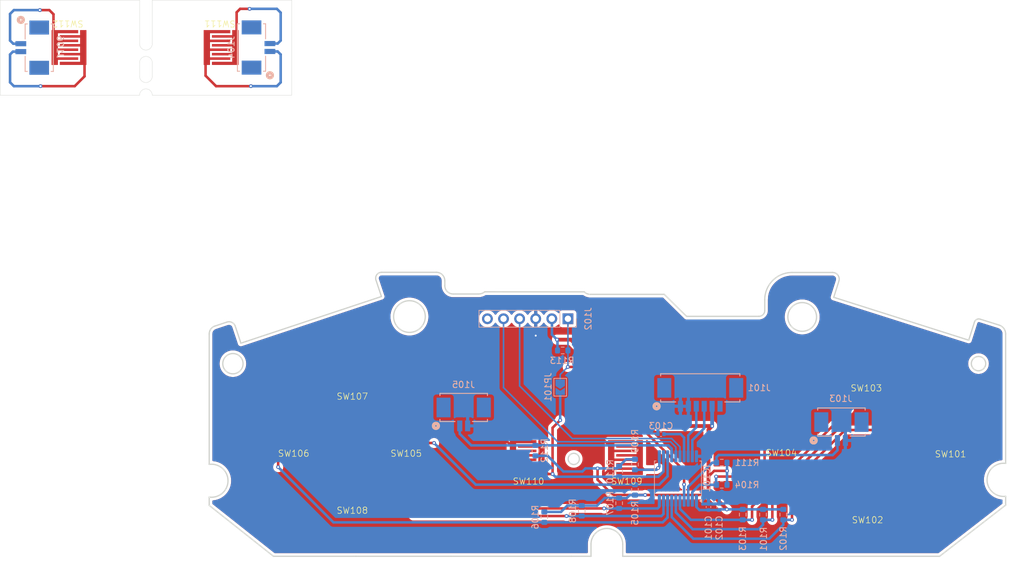
<source format=kicad_pcb>
(kicad_pcb (version 20240108) (generator "pcbnew") (generator_version "8.0")
  (layers (0 "F.Cu" signal) (31 "B.Cu" signal) (34 "B.Paste" user) (35 "F.Paste" user) (36 "B.SilkS" user "B.Silkscreen") (37 "F.SilkS" user "F.Silkscreen") (38 "B.Mask" user) (39 "F.Mask" user) (44 "Edge.Cuts" user))
  (net 0 "")
  (net 1 "GND")
  (net 2 "+5V")
  (net 3 "Net-(IC101-Vusb3v3)")
  (net 4 "A")
  (net 5 "START")
  (net 6 "RIGHT")
  (net 7 "Y")
  (net 8 "D-")
  (net 9 "SELECT")
  (net 10 "UP")
  (net 11 "DOWN")
  (net 12 "TR")
  (net 13 "PGC")
  (net 14 "MCLR")
  (net 15 "D+")
  (net 16 "LEFT")
  (net 17 "B")
  (net 18 "PGD")
  (net 19 "X")
  (net 22 "Net-(J104-Pad1)")
  (net 23 "Net-(J104-Pad2)")
  (net 24 "TL")
  (net 25 "Net-(J106-Pad1)")
  (net 26 "Net-(J106-Pad2)")
  (footprint "Local:SFC_Pad_F_NoSolder_5.5mm" (layer "F.Cu") (at 141.6 111.9)
    (property "Reference" "SW110")
    (property "Value" "SW_Pad" (hide yes))
  )
  (footprint "Local:SFC_Pad_F_NoSolder_5.5mm" (layer "F.Cu") (at 69.3 47.2 180)
    (property "Reference" "SW112")
    (property "Value" "SW_Pad" (hide yes))
  )
  (footprint "Local:SFC_Pad_F_NoSolder_5.5mm" (layer "F.Cu") (at 104.55 107.5)
    (property "Reference" "SW106")
    (property "Value" "SW_Pad" (hide yes))
  )
  (footprint "Local:SFC_Pad_F_NoSolder_5.5mm" (layer "F.Cu") (at 122.3 107.5)
    (property "Reference" "SW105")
    (property "Value" "SW_Pad" (hide yes))
  )
  (footprint "Local:SFC_Pad_F_NoSolder_5.5mm" (layer "F.Cu") (at 195.1 118)
    (property "Reference" "SW102")
    (property "Value" "SW_Pad" (hide yes))
  )
  (footprint "Local:SFC_Pad_F_NoSolder_5.5mm" (layer "F.Cu") (at 113.8 116.5)
    (property "Reference" "SW108")
    (property "Value" "SW_Pad" (hide yes))
  )
  (footprint "Local:SFC_Pad_F_NoSolder_5.5mm" (layer "F.Cu") (at 113.8 98.5)
    (property "Reference" "SW107")
    (property "Value" "SW_Pad" (hide yes))
  )
  (footprint "Local:SFC_Pad_F_NoSolder_5.5mm" (layer "F.Cu") (at 93.3 47.2 180)
    (property "Reference" "SW111")
    (property "Value" "SW_Pad" (hide yes))
  )
  (footprint "Local:SFC_Pad_F_NoSolder_5.5mm" (layer "F.Cu") (at 181.5 107.4)
    (property "Reference" "SW104")
    (property "Value" "SW_Pad" (hide yes))
  )
  (footprint "Local:SFC_Pad_F_NoSolder_5.5mm" (layer "F.Cu") (at 208.2 107.6)
    (property "Reference" "SW101")
    (property "Value" "SW_Pad" (hide yes))
  )
  (footprint "Local:SFC_Pad_F_NoSolder_5.5mm" (layer "F.Cu") (at 157.1 111.9)
    (property "Reference" "SW109")
    (property "Value" "SW_Pad" (hide yes))
  )
  (footprint "Local:SFC_Pad_F_NoSolder_5.5mm" (layer "F.Cu") (at 194.9 97.2)
    (property "Reference" "SW103")
    (property "Value" "SW_Pad" (hide yes))
  )
  (footprint "Resistor_SMD:R_0603_1608Metric" (layer "B.Cu") (at 182 120.9 -90)
    (property "Reference" "R102")
    (property "Value" "10k" (hide yes))
  )
  (footprint "Local:CONN_532610001-SD_02_MOL" (layer "B.Cu") (at 98.095499 47.2 -90)
    (property "Reference" "J104")
    (property "Value" "532610271")
  )
  (footprint "Resistor_SMD:R_0603_1608Metric" (layer "B.Cu") (at 158.6 113 -90)
    (property "Reference" "R109")
    (property "Value" "10k DNP" (hide yes))
  )
  (footprint "Resistor_SMD:R_0603_1608Metric" (layer "B.Cu") (at 172.3 116.2 180)
    (property "Reference" "R104")
    (property "Value" "10k DNP" (hide yes))
  )
  (footprint "Resistor_SMD:R_0603_1608Metric" (layer "B.Cu") (at 142.9 110.8 90)
    (property "Reference" "R112")
    (property "Value" "10k" (hide yes))
  )
  (footprint "Resistor_SMD:R_0603_1608Metric" (layer "B.Cu") (at 178.8 120.9 -90)
    (property "Reference" "R101")
    (property "Value" "10k" (hide yes))
  )
  (footprint "Resistor_SMD:R_0603_1608Metric" (layer "B.Cu") (at 147.2 95 180)
    (property "Reference" "R113")
    (property "Value" "10k" (hide yes))
  )
  (footprint "Local:CONN_532610001-SD_02_MOL" (layer "B.Cu") (at 191.175 106.295499 180)
    (property "Reference" "J103")
    (property "Value" "532610271" (hide yes))
  )
  (footprint "Resistor_SMD:R_0603_1608Metric" (layer "B.Cu") (at 144.3 121.3 -90)
    (property "Reference" "R106")
    (property "Value" "10k" (hide yes))
  )
  (footprint "Jumper:SolderJumper-2_P1.3mm_Open_TrianglePad1.0x1.5mm" (layer "B.Cu") (at 146.8 100.8 -90)
    (property "Reference" "JP101")
    (property "Value" "SolderJumper_2_Open" (hide yes))
  )
  (footprint "Resistor_SMD:R_0603_1608Metric" (layer "B.Cu") (at 150.2 120.3 -90)
    (property "Reference" "R108")
    (property "Value" "10k" (hide yes))
  )
  (footprint "Local:CONN_532610001-SD_02_MOL" (layer "B.Cu") (at 131.575 103.995499 180)
    (property "Reference" "J105")
    (property "Value" "532610271" (hide yes))
  )
  (footprint "Capacitor_SMD:C_0402_1005Metric" (layer "B.Cu") (at 171.9 119.7 90)
    (property "Reference" "C102")
    (property "Value" "0.1u" (hide yes))
  )
  (footprint "Capacitor_SMD:C_0402_1005Metric" (layer "B.Cu") (at 162.7 108.2)
    (property "Reference" "C103")
    (property "Value" "0.47u" (hide yes))
  )
  (footprint "Resistor_SMD:R_0603_1608Metric" (layer "B.Cu") (at 156.1 119.1 -90)
    (property "Reference" "R107")
    (property "Value" "10k DNP" (hide yes))
  )
  (footprint "Resistor_SMD:R_0603_1608Metric" (layer "B.Cu") (at 158.6 117 90)
    (property "Reference" "R105")
    (property "Value" "10k DNP" (hide yes))
  )
  (footprint "Resistor_SMD:R_0603_1608Metric" (layer "B.Cu") (at 172.3 112.7 180)
    (property "Reference" "R111")
    (property "Value" "10k DNP" (hide yes))
  )
  (footprint "Local:CONN_532610001-SD_06_MOL" (layer "B.Cu") (at 168.9 100.9 180)
    (property "Reference" "J101")
    (property "Value" "532610671" (hide yes))
  )
  (footprint "Capacitor_SMD:C_0402_1005Metric" (layer "B.Cu") (at 170.2 119.7 90)
    (property "Reference" "C101")
    (property "Value" "0.01u" (hide yes))
  )
  (footprint "Resistor_SMD:R_0603_1608Metric" (layer "B.Cu") (at 156.1 114.1 -90)
    (property "Reference" "R110")
    (property "Value" "10k DNP" (hide yes))
  )
  (footprint "Local:CONN_532610001-SD_02_MOL" (layer "B.Cu") (at 64.604501 47.225 90)
    (property "Reference" "J106")
    (property "Value" "532610271")
  )
  (footprint "Resistor_SMD:R_0603_1608Metric" (layer "B.Cu") (at 175.6 120.9 -90)
    (property "Reference" "R103")
    (property "Value" "10k" (hide yes))
  )
  (footprint "Package_SO:SSOP-20_5.3x7.2mm_P0.65mm" (layer "B.Cu") (at 165.375 115.2 90)
    (property "Reference" "IC101")
    (property "Value" "PIC16F1459-ISS")
  )
  (footprint "Connector_PinHeader_2.54mm:PinHeader_1x06_P2.54mm_Vertical" (layer "B.Cu") (at 148.02 90 90)
    (property "Reference" "J102")
    (property "Value" "HEADER_6P-2.54" (hide yes))
  )
  (gr_arc (start 151.66155 125.52955) (mid 154.192403 123.090773) (end 156.66791 125.58575) (stroke (width 0.2)) (layer "Edge.Cuts"))
  (gr_line (start 133.92241 86.09462) (end 129.92122 86.09462) (stroke (width 0.2)) (layer "Edge.Cuts"))
  (gr_line (start 80.43771 39.72936) (end 80.43771 46.60436) (stroke (width 0.05)) (layer "Edge.Cuts"))
  (gr_arc (start 217.08663 118.01257) (mid 214.155804 115.41675) (end 217.086629 112.82093) (stroke (width 0.2)) (layer "Edge.Cuts"))
  (gr_line (start 82.43771 49.60436) (end 82.43771 51.72936) (stroke (width 0.05)) (layer "Edge.Cuts"))
  (gr_line (start 129.56271 127.47936) (end 148.56271 127.47936) (stroke (width 0.2)) (layer "Edge.Cuts"))
  (gr_arc (start 179.07513 88.70472) (mid 178.808064 89.349474) (end 178.16331 89.61654) (stroke (width 0.2)) (layer "Edge.Cuts"))
  (gr_arc (start 82.43771 46.60436) (mid 81.43771 47.60436) (end 80.43771 46.60436) (stroke (width 0.05)) (layer "Edge.Cuts"))
  (gr_line (start 178.16331 89.61654) (end 166.74113 89.61654) (stroke (width 0.2)) (layer "Edge.Cuts"))
  (gr_line (start 189.78236 82.69557) (end 183.3813 82.69557) (stroke (width 0.2)) (layer "Edge.Cuts"))
  (gr_arc (start 179.07513 87.00174) (mid 180.336378 83.956818) (end 183.3813 82.69557) (stroke (width 0.2)) (layer "Edge.Cuts"))
  (gr_arc (start 134.89798 85.74752) (mid 134.440148 86.005255) (end 133.92241 86.094616) (stroke (width 0.2)) (layer "Edge.Cuts"))
  (gr_line (start 91.42289 118.1356) (end 91.42289 119.44802) (stroke (width 0.2)) (layer "Edge.Cuts"))
  (gr_line (start 94.21554 90.52068) (end 92.3194 91.14902) (stroke (width 0.2)) (layer "Edge.Cuts"))
  (gr_arc (start 129.92122 86.09462) (mid 128.984031 85.706422) (end 128.59584 84.76923) (stroke (width 0.2)) (layer "Edge.Cuts"))
  (gr_line (start 128.59583 84.76923) (end 128.59583 83.98885) (stroke (width 0.2)) (layer "Edge.Cuts"))
  (gr_arc (start 91.42289 112.97846) (mid 94.386697 115.55703) (end 91.42289 118.1356) (stroke (width 0.2)) (layer "Edge.Cuts"))
  (gr_line (start 212.16225 90.52481) (end 211.25553 93.3787) (stroke (width 0.2)) (layer "Edge.Cuts"))
  (gr_line (start 97.37625 93.53309) (end 96.425 93.85) (stroke (width 0.2)) (layer "Edge.Cuts"))
  (gr_line (start 104.43771 54.72936) (end 104.43771 39.72936) (stroke (width 0.05)) (layer "Edge.Cuts"))
  (gr_arc (start 117.73121 83.89529) (mid 117.86008 83.055722) (end 118.61629 82.668904) (stroke (width 0.2)) (layer "Edge.Cuts"))
  (gr_circle (center 184.98518 89.71095) (end 187.24928 89.71095) (stroke (width 0.2)) (fill none) (layer "Edge.Cuts"))
  (gr_line (start 117.73121 83.89529) (end 118.59256 86.48994) (stroke (width 0.2)) (layer "Edge.Cuts"))
  (gr_line (start 104.43771 39.72936) (end 82.43771 39.72936) (stroke (width 0.05)) (layer "Edge.Cuts"))
  (gr_line (start 217.08663 119.40487) (end 217.08663 118.01257) (stroke (width 0.2)) (layer "Edge.Cuts"))
  (gr_line (start 156.66791 125.58575) (end 156.66791 127.47936) (stroke (width 0.2)) (layer "Edge.Cuts"))
  (gr_circle (center 212.80754 97.07707) (end 213.93964 97.07707) (stroke (width 0.2)) (fill none) (layer "Edge.Cuts"))
  (gr_line (start 80.43771 39.72936) (end 58.43771 39.72936) (stroke (width 0.05)) (layer "Edge.Cuts"))
  (gr_line (start 82.43771 39.72936) (end 82.43771 46.60436) (stroke (width 0.05)) (layer "Edge.Cuts"))
  (gr_circle (center 148.94383 112.11638) (end 149.82698 112.11638) (stroke (width 0.2)) (fill none) (layer "Edge.Cuts"))
  (gr_arc (start 94.21554 90.52068) (mid 95.015546 90.578523) (end 95.540337 91.185111) (stroke (width 0.2)) (layer "Edge.Cuts"))
  (gr_circle (center 95.16283 97.08732) (end 96.76283 97.08732) (stroke (width 0.2)) (fill none) (layer "Edge.Cuts"))
  (gr_arc (start 91.42289 92.39125) (mid 91.670424 91.625276) (end 92.3194 91.14902) (stroke (width 0.2)) (layer "Edge.Cuts"))
  (gr_arc (start 212.16225 90.52481) (mid 212.514074 90.10655) (end 213.058512 90.058505) (stroke (width 0.2)) (layer "Edge.Cuts"))
  (gr_line (start 58.43771 39.72936) (end 58.43771 54.72936) (stroke (width 0.05)) (layer "Edge.Cuts"))
  (gr_line (start 163.21176 86.14729) (end 151.50646 86.14729) (stroke (width 0.2)) (layer "Edge.Cuts"))
  (gr_line (start 80.43771 49.60436) (end 80.43771 51.72936) (stroke (width 0.05)) (layer "Edge.Cuts"))
  (gr_arc (start 82.43771 51.72936) (mid 81.43771 52.72936) (end 80.43771 51.72936) (stroke (width 0.05)) (layer "Edge.Cuts"))
  (gr_arc (start 80.43771 54.72936) (mid 81.43771 53.72936) (end 82.43771 54.72936) (stroke (width 0.05)) (layer "Edge.Cuts"))
  (gr_circle (center 123.01631 89.64978) (end 125.51631 89.64978) (stroke (width 0.2)) (fill none) (layer "Edge.Cuts"))
  (gr_line (start 156.66791 127.47936) (end 206.66039 127.47936) (stroke (width 0.2)) (layer "Edge.Cuts"))
  (gr_line (start 91.42289 119.44802) (end 101.56271 127.47936) (stroke (width 0.2)) (layer "Edge.Cuts"))
  (gr_line (start 217.08663 112.82092) (end 217.08663 92.39664) (stroke (width 0.2)) (layer "Edge.Cuts"))
  (gr_arc (start 151.3004 86.12264) (mid 150.920155 85.992791) (end 150.599995 85.750005) (stroke (width 0.2)) (layer "Edge.Cuts"))
  (gr_line (start 58.43771 54.72936) (end 80.43771 54.72936) (stroke (width 0.05)) (layer "Edge.Cuts"))
  (gr_line (start 189.96614 86.6148) (end 190.77864 84.05745) (stroke (width 0.2)) (layer "Edge.Cuts"))
  (gr_line (start 82.43771 54.72936) (end 104.43771 54.72936) (stroke (width 0.05)) (layer "Edge.Cuts"))
  (gr_line (start 151.3004 86.12264) (end 151.50646 86.14729) (stroke (width 0.05)) (layer "Edge.Cuts"))
  (gr_line (start 179.07513 87.00174) (end 179.07513 88.70472) (stroke (width 0.2)) (layer "Edge.Cuts"))
  (gr_line (start 166.74113 89.61654) (end 163.21176 86.14729) (stroke (width 0.2)) (layer "Edge.Cuts"))
  (gr_line (start 91.42289 92.39125) (end 91.42289 112.97846) (stroke (width 0.2)) (layer "Edge.Cuts"))
  (gr_line (start 148.56271 127.47936) (end 151.66155 127.47936) (stroke (width 0.2)) (layer "Edge.Cuts"))
  (gr_line (start 151.66155 127.47936) (end 151.66155 125.52955) (stroke (width 0.2)) (layer "Edge.Cuts"))
  (gr_line (start 211.25553 93.3787) (end 189.96614 86.6148) (stroke (width 0.2)) (layer "Edge.Cuts"))
  (gr_line (start 150.6 85.75) (end 134.89798 85.74752) (stroke (width 0.2)) (layer "Edge.Cuts"))
  (gr_line (start 114.56271 127.47936) (end 129.56271 127.47936) (stroke (width 0.2)) (layer "Edge.Cuts"))
  (gr_line (start 127.27589 82.6689) (end 118.61629 82.6689) (stroke (width 0.2)) (layer "Edge.Cuts"))
  (gr_arc (start 216.06014 90.99921) (mid 216.802433 91.529676) (end 217.086629 92.39664) (stroke (width 0.2)) (layer "Edge.Cuts"))
  (gr_line (start 96.425 93.85) (end 95.54034 91.18511) (stroke (width 0.2)) (layer "Edge.Cuts"))
  (gr_line (start 101.56271 127.47936) (end 114.56271 127.47936) (stroke (width 0.2)) (layer "Edge.Cuts"))
  (gr_arc (start 189.78237 82.69557) (mid 190.626065 83.123721) (end 190.778645 84.057452) (stroke (width 0.2)) (layer "Edge.Cuts"))
  (gr_line (start 216.06014 90.99921) (end 213.05851 90.05851) (stroke (width 0.2)) (layer "Edge.Cuts"))
  (gr_arc (start 127.27589 82.6689) (mid 128.209232 83.055505) (end 128.59583 83.98885) (stroke (width 0.2)) (layer "Edge.Cuts"))
  (gr_arc (start 80.43771 49.60436) (mid 81.43771 48.60436) (end 82.43771 49.60436) (stroke (width 0.05)) (layer "Edge.Cuts"))
  (gr_line (start 118.59256 86.48994) (end 97.37625 93.53309) (stroke (width 0.2)) (layer "Edge.Cuts"))
  (gr_line (start 206.66039 127.47936) (end 217.08663 119.40487) (stroke (width 0.2)) (layer "Edge.Cuts"))
  (via (at 142.94 92.66) (size 0.6) (drill 0.3) (layers "F.Cu" "B.Cu") (net 1))
  (segment (start 142.94 90) (end 142.94 92.66) (width 0.4) (layer "B.Cu") (net 1))
  (segment (start 152.7 115.4) (end 152.7 113.610295) (width 0.4) (layer "F.Cu") (net 2))
  (segment (start 170.2 114.9) (end 170.2 115.180761) (width 0.4) (layer "F.Cu") (net 2))
  (segment (start 170.2 107.5) (end 170.775 106.925) (width 0.6) (layer "F.Cu") (net 2))
  (segment (start 173.1 120.075) (end 170.2 117.175) (width 0.6) (layer "F.Cu") (net 2))
  (segment (start 170.775 106.925) (end 162.125 106.925) (width 0.6) (layer "F.Cu") (net 2))
  (segment (start 173.125 114) (end 171.1 114) (width 0.4) (layer "F.Cu") (net 2))
  (segment (start 160.2 117.8) (end 155.1 117.8) (width 0.4) (layer "F.Cu") (net 2))
  (segment (start 162.125 106.925) (end 148.5 93.3) (width 0.6) (layer "F.Cu") (net 2))
  (segment (start 148.5 93.3) (end 146.3 93.3) (width 0.6) (layer "F.Cu") (net 2))
  (segment (start 170.825 117.8) (end 160.2 117.8) (width 0.4) (layer "F.Cu") (net 2))
  (segment (start 155.1 117.8) (end 152.7 115.4) (width 0.4) (layer "F.Cu") (net 2))
  (segment (start 170.2 117.175) (end 170.2 107.5) (width 0.6) (layer "F.Cu") (net 2))
  (segment (start 171.1 114) (end 170.2 114.9) (width 0.4) (layer "F.Cu") (net 2))
  (segment (start 173.1 120.075) (end 170.825 117.8) (width 0.4) (layer "F.Cu") (net 2))
  (via (at 170.775 106.925) (size 0.6) (drill 0.3) (layers "F.Cu" "B.Cu") (net 2))
  (via (at 173.125 114) (size 0.6) (drill 0.3) (layers "F.Cu" "B.Cu") (net 2))
  (via (at 152.7 113.610295) (size 0.6) (drill 0.3) (layers "F.Cu" "B.Cu") (net 2))
  (via (at 173.1 120.075) (size 0.6) (drill 0.3) (layers "F.Cu" "B.Cu") (net 2))
  (via (at 146.3 93.3) (size 0.6) (drill 0.3) (layers "F.Cu" "B.Cu") (net 2))
  (via (at 160.2 117.8) (size 0.6) (drill 0.3) (layers "F.Cu" "B.Cu") (net 2))
  (segment (start 157.2 112.175) (end 156.1 113.275) (width 0.4) (layer "B.Cu") (net 2))
  (segment (start 155.764705 113.610295) (end 152.7 113.610295) (width 0.4) (layer "B.Cu") (net 2))
  (segment (start 156.125 118.3) (end 156.1 118.275) (width 0.2) (layer "B.Cu") (net 2))
  (segment (start 178.8 120.075) (end 175.6 120.075) (width 0.4) (layer "B.Cu") (net 2))
  (segment (start 146.375 93.375) (end 146.3 93.3) (width 0.4) (layer "B.Cu") (net 2))
  (segment (start 174.1 120.075) (end 173.1 120.075) (width 0.4) (layer "B.Cu") (net 2))
  (segment (start 168.78 120.18) (end 170.2 120.18) (width 0.4) (layer "B.Cu") (net 2))
  (segment (start 152.7 113.610295) (end 150.789705 113.610295) (width 0.4) (layer "B.Cu") (net 2))
  (segment (start 156.1 118.275) (end 153.825 118.275) (width 0.4) (layer "B.Cu") (net 2))
  (segment (start 173.125 120.05) (end 173.1 120.075) (width 0.4) (layer "B.Cu") (net 2))
  (segment (start 150.3 114.1) (end 147.3 114.1) (width 0.4) (layer "B.Cu") (net 2))
  (segment (start 170.775 103.8045) (end 170.775 106.925) (width 0.6) (layer "B.Cu") (net 2))
  (segment (start 146.3 93.3) (end 145.5 92.5) (width 0.4) (layer "B.Cu") (net 2))
  (segment (start 157.775 117.825) (end 157.3 118.3) (width 0.4) (layer "B.Cu") (net 2))
  (segment (start 144.825 111.625) (end 142.9 111.625) (width 0.4) (layer "B.Cu") (net 2))
  (segment (start 171.9 120.18) (end 170.2 120.18) (width 0.4) (layer "B.Cu") (net 2))
  (segment (start 168.3 118.7) (end 168.3 119.7) (width 0.4) (layer "B.Cu") (net 2))
  (segment (start 150.2 119.475) (end 147.925 119.475) (width 0.4) (layer "B.Cu") (net 2))
  (segment (start 147.3 114.1) (end 144.825 111.625) (width 0.4) (layer "B.Cu") (net 2))
  (segment (start 172.005 120.075) (end 171.9 120.18) (width 0.4) (layer "B.Cu") (net 2))
  (segment (start 145.5 90.02) (end 145.48 90) (width 0.2) (layer "B.Cu") (net 2))
  (segment (start 152.625 119.475) (end 150.2 119.475) (width 0.4) (layer "B.Cu") (net 2))
  (segment (start 146.375 95) (end 146.375 93.375) (width 0.4) (layer "B.Cu") (net 2))
  (segment (start 173.125 114) (end 173.125 116.2) (width 0.4) (layer "B.Cu") (net 2))
  (segment (start 158.6 112.175) (end 157.2 112.175) (width 0.4) (layer "B.Cu") (net 2))
  (segment (start 160.175 117.825) (end 160.2 117.8) (width 0.4) (layer "B.Cu") (net 2))
  (segment (start 156.1 113.275) (end 155.764705 113.610295) (width 0.4) (layer "B.Cu") (net 2))
  (segment (start 158.6 117.825) (end 157.775 117.825) (width 0.4) (layer "B.Cu") (net 2))
  (segment (start 145.5 92.5) (end 145.5 90.02) (width 0.4) (layer "B.Cu") (net 2))
  (segment (start 150.789705 113.610295) (end 150.3 114.1) (width 0.4) (layer "B.Cu") (net 2))
  (segment (start 158.6 117.825) (end 160.175 117.825) (width 0.4) (layer "B.Cu") (net 2))
  (segment (start 146.925 120.475) (end 144.3 120.475) (width 0.4) (layer "B.Cu") (net 2))
  (segment (start 147.925 119.475) (end 146.925 120.475) (width 0.4) (layer "B.Cu") (net 2))
  (segment (start 182 120.075) (end 178.8 120.075) (width 0.4) (layer "B.Cu") (net 2))
  (segment (start 153.825 118.275) (end 152.625 119.475) (width 0.4) (layer "B.Cu") (net 2))
  (segment (start 173.125 112.7) (end 173.125 114) (width 0.4) (layer "B.Cu") (net 2))
  (segment (start 173.1 120.075) (end 172.005 120.075) (width 0.4) (layer "B.Cu") (net 2))
  (segment (start 157.3 118.3) (end 156.125 118.3) (width 0.4) (layer "B.Cu") (net 2))
  (segment (start 175.6 120.075) (end 174.1 120.075) (width 0.4) (layer "B.Cu") (net 2))
  (segment (start 168.3 119.7) (end 168.78 120.18) (width 0.4) (layer "B.Cu") (net 2))
  (segment (start 166.35 108.75) (end 166.35 111.7) (width 0.4) (layer "B.Cu") (net 3))
  (segment (start 163.18 108.2) (end 165.8 108.2) (width 0.4) (layer "B.Cu") (net 3))
  (segment (start 165.8 108.2) (end 166.35 108.75) (width 0.4) (layer "B.Cu") (net 3))
  (segment (start 180.275 119.025) (end 191.75 107.55) (width 0.4) (layer "F.Cu") (net 4))
  (segment (start 191.75 107.55) (end 205.75 107.55) (width 0.4) (layer "F.Cu") (net 4))
  (segment (start 180.275 121.725) (end 180.275 119.025) (width 0.4) (layer "F.Cu") (net 4))
  (via (at 180.275 121.725) (size 0.6) (drill 0.3) (layers "F.Cu" "B.Cu") (net 4))
  (segment (start 178.1 123.2) (end 167.7 123.2) (width 0.4) (layer "B.Cu") (net 4))
  (segment (start 165.05 120.55) (end 165.05 118.7) (width 0.4) (layer "B.Cu") (net 4))
  (segment (start 178.8 122.5) (end 178.1 123.2) (width 0.4) (layer "B.Cu") (net 4))
  (segment (start 167.7 123.2) (end 165.05 120.55) (width 0.4) (layer "B.Cu") (net 4))
  (segment (start 178.8 121.725) (end 178.8 122.5) (width 0.4) (layer "B.Cu") (net 4))
  (segment (start 178.8 121.725) (end 180.275 121.725) (width 0.4) (layer "B.Cu") (net 4))
  (segment (start 162.25 113.55) (end 162 113.8) (width 0.4) (layer "F.Cu") (net 5))
  (segment (start 162 113.8) (end 160 113.8) (width 0.4) (layer "F.Cu") (net 5))
  (segment (start 160 113.8) (end 159.55 113.35) (width 0.4) (layer "F.Cu") (net 5))
  (segment (start 159.55 113.35) (end 159.55 111.95) (width 0.4) (layer "F.Cu") (net 5))
  (via (at 162.25 113.55) (size 0.6) (drill 0.3) (layers "F.Cu" "B.Cu") (net 5))
  (segment (start 162.25 113.55) (end 161.975 113.825) (width 0.4) (layer "B.Cu") (net 5))
  (segment (start 162.45 113.35) (end 162.25 113.55) (width 0.4) (layer "B.Cu") (net 5))
  (segment (start 161.975 113.825) (end 158.6 113.825) (width 0.4) (layer "B.Cu") (net 5))
  (segment (start 162.45 111.7) (end 162.45 113.35) (width 0.4) (layer "B.Cu") (net 5))
  (segment (start 126.1 109.6) (end 124.75 108.25) (width 0.4) (layer "F.Cu") (net 6))
  (segment (start 124.75 108.25) (end 124.75 107.55) (width 0.4) (layer "F.Cu") (net 6))
  (segment (start 126.9 109.6) (end 126.1 109.6) (width 0.4) (layer "F.Cu") (net 6))
  (via (at 126.9 109.6) (size 0.6) (drill 0.3) (layers "F.Cu" "B.Cu") (net 6))
  (segment (start 163.75 114.85) (end 162.425 116.175) (width 0.4) (layer "B.Cu") (net 6))
  (segment (start 133.475 116.175) (end 158.6 116.175) (width 0.4) (layer "B.Cu") (net 6))
  (segment (start 162.425 116.175) (end 158.6 116.175) (width 0.4) (layer "B.Cu") (net 6))
  (segment (start 126.9 109.6) (end 133.475 116.175) (width 0.4) (layer "B.Cu") (net 6))
  (segment (start 163.75 111.7) (end 163.75 114.85) (width 0.4) (layer "B.Cu") (net 6))
  (segment (start 176.9 114.9) (end 179.05 112.75) (width 0.4) (layer "F.Cu") (net 7))
  (segment (start 171.4 114.9) (end 176.9 114.9) (width 0.4) (layer "F.Cu") (net 7))
  (segment (start 179.05 112.75) (end 179.05 107.35) (width 0.4) (layer "F.Cu") (net 7))
  (via (at 171.4 114.9) (size 0.6) (drill 0.3) (layers "F.Cu" "B.Cu") (net 7))
  (segment (start 168.8 116.2) (end 171.475 116.2) (width 0.4) (layer "B.Cu") (net 7))
  (segment (start 167.65 118.7) (end 167.65 117.35) (width 0.4) (layer "B.Cu") (net 7))
  (segment (start 171.4 114.9) (end 171.4 116.125) (width 0.4) (layer "B.Cu") (net 7))
  (segment (start 167.65 117.35) (end 168.8 116.2) (width 0.4) (layer "B.Cu") (net 7))
  (segment (start 171.4 116.125) (end 171.475 116.2) (width 0.4) (layer "B.Cu") (net 7))
  (segment (start 168.275 107.125) (end 167 108.4) (width 0.4) (layer "B.Cu") (net 8))
  (segment (start 167 108.4) (end 167 111.7) (width 0.4) (layer "B.Cu") (net 8))
  (segment (start 168.275 103.8045) (end 168.275 107.125) (width 0.4) (layer "B.Cu") (net 8))
  (segment (start 144.9 114.5) (end 144.05 113.65) (width 0.4) (layer "F.Cu") (net 9))
  (segment (start 145.6 107.2) (end 146.8 106) (width 0.4) (layer "F.Cu") (net 9))
  (segment (start 144.05 113.65) (end 144.05 111.95) (width 0.4) (layer "F.Cu") (net 9))
  (segment (start 145.6 114.5) (end 144.9 114.5) (width 0.4) (layer "F.Cu") (net 9))
  (segment (start 145.6 114.5) (end 145.6 107.2) (width 0.4) (layer "F.Cu") (net 9))
  (via (at 146.8 106) (size 0.6) (drill 0.3) (layers "F.Cu" "B.Cu") (net 9))
  (via (at 145.6 114.5) (size 0.6) (drill 0.3) (layers "F.Cu" "B.Cu") (net 9))
  (segment (start 162.275 114.925) (end 156.1 114.925) (width 0.4) (layer "B.Cu") (net 9))
  (segment (start 163.1 114.1) (end 162.275 114.925) (width 0.4) (layer "B.Cu") (net 9))
  (segment (start 146.8 101.525) (end 146.8 106) (width 0.4) (layer "B.Cu") (net 9))
  (segment (start 163.1 111.7) (end 163.1 114.1) (width 0.4) (layer "B.Cu") (net 9))
  (segment (start 146.025 114.925) (end 156.1 114.925) (width 0.4) (layer "B.Cu") (net 9))
  (segment (start 145.6 114.5) (end 146.025 114.925) (width 0.4) (layer "B.Cu") (net 9))
  (segment (start 116.25 100.022758) (end 116.25 98.55) (width 0.4) (layer "F.Cu") (net 10))
  (segment (start 126.025 119.925) (end 116 109.9) (width 0.4) (layer "F.Cu") (net 10))
  (segment (start 116 109.9) (end 116 100.272758) (width 0.4) (layer "F.Cu") (net 10))
  (segment (start 116 100.272758) (end 116.25 100.022758) (width 0.4) (layer "F.Cu") (net 10))
  (segment (start 153.725 119.925) (end 126.025 119.925) (width 0.4) (layer "F.Cu") (net 10))
  (via (at 153.725 119.925) (size 0.6) (drill 0.3) (layers "F.Cu" "B.Cu") (net 10))
  (segment (start 162.175 119.925) (end 156.1 119.925) (width 0.4) (layer "B.Cu") (net 10))
  (segment (start 153.7 119.9) (end 153.725 119.925) (width 0.4) (layer "B.Cu") (net 10))
  (segment (start 162.45 118.7) (end 162.45 119.65) (width 0.4) (layer "B.Cu") (net 10))
  (segment (start 156.1 119.925) (end 153.725 119.925) (width 0.4) (layer "B.Cu") (net 10))
  (segment (start 162.45 119.65) (end 162.175 119.925) (width 0.4) (layer "B.Cu") (net 10))
  (segment (start 119.05 116.55) (end 116.25 116.55) (width 0.4) (layer "F.Cu") (net 11))
  (segment (start 147.8 121.125) (end 123.625 121.125) (width 0.4) (layer "F.Cu") (net 11))
  (segment (start 123.625 121.125) (end 119.05 116.55) (width 0.4) (layer "F.Cu") (net 11))
  (via (at 147.8 121.125) (size 0.6) (drill 0.3) (layers "F.Cu" "B.Cu") (net 11))
  (segment (start 163.1 120.8) (end 162.775 121.125) (width 0.4) (layer "B.Cu") (net 11))
  (segment (start 147.725 121.125) (end 147.7 121.1) (width 0.4) (layer "B.Cu") (net 11))
  (segment (start 163.1 118.7) (end 163.1 120.8) (width 0.4) (layer "B.Cu") (net 11))
  (segment (start 162.775 121.125) (end 150.2 121.125) (width 0.4) (layer "B.Cu") (net 11))
  (segment (start 150.2 121.125) (end 147.8 121.125) (width 0.4) (layer "B.Cu") (net 11))
  (segment (start 147.8 121.125) (end 147.725 121.125) (width 0.4) (layer "B.Cu") (net 11))
  (segment (start 171.475 112.7) (end 171.475 111.825) (width 0.4) (layer "B.Cu") (net 12))
  (segment (start 167 116.5) (end 167 118.7) (width 0.4) (layer "B.Cu") (net 12))
  (segment (start 170.8 112.7) (end 167 116.5) (width 0.4) (layer "B.Cu") (net 12))
  (segment (start 189.8 111.5) (end 190.55 110.75) (width 0.4) (layer "B.Cu") (net 12))
  (segment (start 190.55 110.75) (end 190.55 109.199999) (width 0.4) (layer "B.Cu") (net 12))
  (segment (start 171.8 111.5) (end 189.8 111.5) (width 0.4) (layer "B.Cu") (net 12))
  (segment (start 171.475 112.7) (end 170.8 112.7) (width 0.4) (layer "B.Cu") (net 12))
  (segment (start 171.475 111.825) (end 171.8 111.5) (width 0.4) (layer "B.Cu") (net 12))
  (segment (start 165.05 111.7) (end 165.05 110.25) (width 0.25) (layer "B.Cu") (net 13))
  (segment (start 165.05 110.25) (end 164.2 109.4) (width 0.25) (layer "B.Cu") (net 13))
  (segment (start 146.4 109.4) (end 137.86 100.86) (width 0.25) (layer "B.Cu") (net 13))
  (segment (start 164.2 109.4) (end 146.4 109.4) (width 0.25) (layer "B.Cu") (net 13))
  (segment (start 137.86 100.86) (end 137.86 90) (width 0.25) (layer "B.Cu") (net 13))
  (segment (start 150 97.6) (end 148 97.6) (width 0.4) (layer "F.Cu") (net 14))
  (segment (start 166.35 116.15) (end 166.35 113.95) (width 0.4) (layer "F.Cu") (net 14))
  (segment (start 166.35 113.95) (end 150 97.6) (width 0.4) (layer "F.Cu") (net 14))
  (via (at 148 97.6) (size 0.6) (drill 0.3) (layers "F.Cu" "B.Cu") (net 14))
  (via (at 166.35 116.15) (size 0.6) (drill 0.3) (layers "F.Cu" "B.Cu") (net 14))
  (segment (start 148.025 95) (end 148.025 90.005) (width 0.25) (layer "B.Cu") (net 14))
  (segment (start 148.025 97.575) (end 148 97.6) (width 0.25) (layer "B.Cu") (net 14))
  (segment (start 148.025 95) (end 148.025 97.575) (width 0.25) (layer "B.Cu") (net 14))
  (segment (start 166.35 118.7) (end 166.35 116.15) (width 0.4) (layer "B.Cu") (net 14))
  (segment (start 146.8 98.8) (end 146.8 100.075) (width 0.25) (layer "B.Cu") (net 14))
  (segment (start 148 97.6) (end 146.8 98.8) (width 0.25) (layer "B.Cu") (net 14))
  (segment (start 148.025 90.005) (end 148.02 90) (width 0.2) (layer "B.Cu") (net 14))
  (segment (start 169.525 103.8045) (end 169.525 107.275) (width 0.4) (layer "B.Cu") (net 15))
  (segment (start 167.65 109.15) (end 167.65 111.7) (width 0.4) (layer "B.Cu") (net 15))
  (segment (start 169.525 107.275) (end 167.65 109.15) (width 0.4) (layer "B.Cu") (net 15))
  (segment (start 102.3 113.4) (end 102.3 107.65) (width 0.4) (layer "F.Cu") (net 16))
  (segment (start 102.3 107.65) (end 102.1 107.45) (width 0.4) (layer "F.Cu") (net 16))
  (via (at 102.3 113.4) (size 0.6) (drill 0.3) (layers "F.Cu" "B.Cu") (net 16))
  (segment (start 111.025 122.125) (end 102.3 113.4) (width 0.4) (layer "B.Cu") (net 16))
  (segment (start 163.75 121.35) (end 162.975 122.125) (width 0.4) (layer "B.Cu") (net 16))
  (segment (start 144.3 122.125) (end 111.025 122.125) (width 0.4) (layer "B.Cu") (net 16))
  (segment (start 163.75 118.7) (end 163.75 121.35) (width 0.4) (layer "B.Cu") (net 16))
  (segment (start 162.975 122.125) (end 144.3 122.125) (width 0.4) (layer "B.Cu") (net 16))
  (segment (start 184.55 117.95) (end 192.65 117.95) (width 0.4) (layer "F.Cu") (net 17))
  (segment (start 183.375 119.125) (end 184.55 117.95) (width 0.4) (layer "F.Cu") (net 17))
  (segment (start 183.375 121.725) (end 183.375 119.125) (width 0.4) (layer "F.Cu") (net 17))
  (via (at 183.375 121.725) (size 0.6) (drill 0.3) (layers "F.Cu" "B.Cu") (net 17))
  (segment (start 179.8 124.7) (end 167.8 124.7) (width 0.4) (layer "B.Cu") (net 17))
  (segment (start 164.4 121.3) (end 164.4 118.7) (width 0.4) (layer "B.Cu") (net 17))
  (segment (start 182 121.725) (end 182 122.5) (width 0.4) (layer "B.Cu") (net 17))
  (segment (start 182 121.725) (end 183.375 121.725) (width 0.4) (layer "B.Cu") (net 17))
  (segment (start 167.8 124.7) (end 164.4 121.3) (width 0.4) (layer "B.Cu") (net 17))
  (segment (start 182 122.5) (end 179.8 124.7) (width 0.4) (layer "B.Cu") (net 17))
  (segment (start 148.7 108.9) (end 140.4 100.6) (width 0.25) (layer "B.Cu") (net 18))
  (segment (start 164.4 108.9) (end 148.7 108.9) (width 0.25) (layer "B.Cu") (net 18))
  (segment (start 165.7 110.2) (end 164.4 108.9) (width 0.25) (layer "B.Cu") (net 18))
  (segment (start 140.4 100.6) (end 140.4 90) (width 0.25) (layer "B.Cu") (net 18))
  (segment (start 165.7 111.7) (end 165.7 110.2) (width 0.25) (layer "B.Cu") (net 18))
  (segment (start 177.075 119.625) (end 192.45 104.25) (width 0.4) (layer "F.Cu") (net 19))
  (segment (start 177.075 121.725) (end 177.075 119.625) (width 0.4) (layer "F.Cu") (net 19))
  (segment (start 192.45 104.25) (end 192.45 97.15) (width 0.4) (layer "F.Cu") (net 19))
  (via (at 177.075 121.725) (size 0.6) (drill 0.3) (layers "F.Cu" "B.Cu") (net 19))
  (segment (start 167.425 121.725) (end 165.7 120) (width 0.4) (layer "B.Cu") (net 19))
  (segment (start 175.6 121.725) (end 177.075 121.725) (width 0.4) (layer "B.Cu") (net 19))
  (segment (start 165.7 120) (end 165.7 118.7) (width 0.4) (layer "B.Cu") (net 19))
  (segment (start 175.6 121.725) (end 167.425 121.725) (width 0.4) (layer "B.Cu") (net 19))
  (segment (start 90.85 51.65) (end 90.85 47.15) (width 0.4) (layer "F.Cu") (net 22))
  (segment (start 98 53.3) (end 92.5 53.3) (width 0.4) (layer "F.Cu") (net 22))
  (segment (start 92.5 53.3) (end 90.85 51.65) (width 0.4) (layer "F.Cu") (net 22))
  (via (at 98 53.3) (size 0.6) (drill 0.3) (layers "F.Cu" "B.Cu") (net 22))
  (segment (start 102.7 52.7) (end 102.7 48.3) (width 0.4) (layer "B.Cu") (net 22))
  (segment (start 102.1 53.3) (end 102.7 52.7) (width 0.4) (layer "B.Cu") (net 22))
  (segment (start 98 53.3) (end 102.1 53.3) (width 0.4) (layer "B.Cu") (net 22))
  (segment (start 102.225 47.825) (end 100.799999 47.825) (width 0.4) (layer "B.Cu") (net 22))
  (segment (start 102.7 48.3) (end 102.225 47.825) (width 0.4) (layer "B.Cu") (net 22))
  (segment (start 95.3 47.7) (end 95.75 47.25) (width 0.4) (layer "F.Cu") (net 23))
  (segment (start 97.8 41.1) (end 96.3 41.1) (width 0.4) (layer "F.Cu") (net 23))
  (segment (start 95.75 41.65) (end 95.75 47.25) (width 0.4) (layer "F.Cu") (net 23))
  (segment (start 96.3 41.1) (end 95.75 41.65) (width 0.4) (layer "F.Cu") (net 23))
  (via (at 97.8 41.1) (size 0.6) (drill 0.3) (layers "F.Cu" "B.Cu") (net 23))
  (segment (start 102.1 41.1) (end 102.7 41.7) (width 0.4) (layer "B.Cu") (net 23))
  (segment (start 102.225 46.575) (end 100.799999 46.575) (width 0.4) (layer "B.Cu") (net 23))
  (segment (start 102.7 46.1) (end 102.225 46.575) (width 0.4) (layer "B.Cu") (net 23))
  (segment (start 97.8 41.1) (end 102.1 41.1) (width 0.4) (layer "B.Cu") (net 23))
  (segment (start 102.7 41.7) (end 102.7 46.1) (width 0.4) (layer "B.Cu") (net 23))
  (segment (start 164.4 110.5) (end 163.875 109.975) (width 0.4) (layer "B.Cu") (net 24))
  (segment (start 132.774101 109.975) (end 130.95 108.150899) (width 0.4) (layer "B.Cu") (net 24))
  (segment (start 142.9 109.975) (end 132.774101 109.975) (width 0.4) (layer "B.Cu") (net 24))
  (segment (start 164.4 111.7) (end 164.4 110.5) (width 0.4) (layer "B.Cu") (net 24))
  (segment (start 163.875 109.975) (end 142.9 109.975) (width 0.4) (layer "B.Cu") (net 24))
  (segment (start 130.95 108.150899) (end 130.95 106.899999) (width 0.4) (layer "B.Cu") (net 24))
  (segment (start 66.2 41.3) (end 66.85 41.95) (width 0.4) (layer "F.Cu") (net 25))
  (segment (start 66.85 41.95) (end 66.85 47.15) (width 0.4) (layer "F.Cu") (net 25))
  (segment (start 67.1 48) (end 67.4 47.7) (width 0.4) (layer "F.Cu") (net 25))
  (segment (start 67.4 47.7) (end 66.85 47.15) (width 0.2) (layer "F.Cu") (net 25))
  (segment (start 64.7 41.3) (end 66.2 41.3) (width 0.4) (layer "F.Cu") (net 25))
  (via (at 64.7 41.3) (size 0.6) (drill 0.3) (layers "F.Cu" "B.Cu") (net 25))
  (segment (start 60.5 46.6) (end 61.7955 46.6) (width 0.4) (layer "B.Cu") (net 25))
  (segment (start 60.6 41.3) (end 60 41.9) (width 0.4) (layer "B.Cu") (net 25))
  (segment (start 60 41.9) (end 60 46.1) (width 0.4) (layer "B.Cu") (net 25))
  (segment (start 64.7 41.3) (end 60.6 41.3) (width 0.4) (layer "B.Cu") (net 25))
  (segment (start 60 46.1) (end 60.5 46.6) (width 0.4) (layer "B.Cu") (net 25))
  (segment (start 71.75 51.75) (end 71.75 47.25) (width 0.4) (layer "F.Cu") (net 26))
  (segment (start 64.8 53.3) (end 70.2 53.3) (width 0.4) (layer "F.Cu") (net 26))
  (segment (start 70.2 53.3) (end 71.75 51.75) (width 0.4) (layer "F.Cu") (net 26))
  (via (at 64.8 53.3) (size 0.6) (drill 0.3) (layers "F.Cu" "B.Cu") (net 26))
  (segment (start 60 48.3) (end 60 52.7) (width 0.4) (layer "B.Cu") (net 26))
  (segment (start 60 52.7) (end 60.6 53.3) (width 0.4) (layer "B.Cu") (net 26))
  (segment (start 60.45 47.85) (end 60 48.3) (width 0.4) (layer "B.Cu") (net 26))
  (segment (start 61.7955 47.85) (end 60.45 47.85) (width 0.4) (layer "B.Cu") (net 26))
  (segment (start 60.6 53.3) (end 64.8 53.3) (width 0.4) (layer "B.Cu") (net 26))
  (zone (net 1) (net_name "GND") (layer "F.Cu") (connect_pads (clearance 0.5)) (min_thickness 0.25) (fill yes (thermal_gap 0.5) (thermal_bridge_width 0.5))
    (polygon (pts (xy 90 80) (xy 220 80) (xy 220 130) (xy 90 130)))
  )
  (zone (net 1) (net_name "GND") (layer "B.Cu") (priority 1) (connect_pads (clearance 0.5)) (min_thickness 0.25) (fill yes (thermal_gap 0.5) (thermal_bridge_width 0.5))
    (polygon (pts (xy 90 80) (xy 220 80) (xy 220 130) (xy 90 130)))
  )
)
</source>
